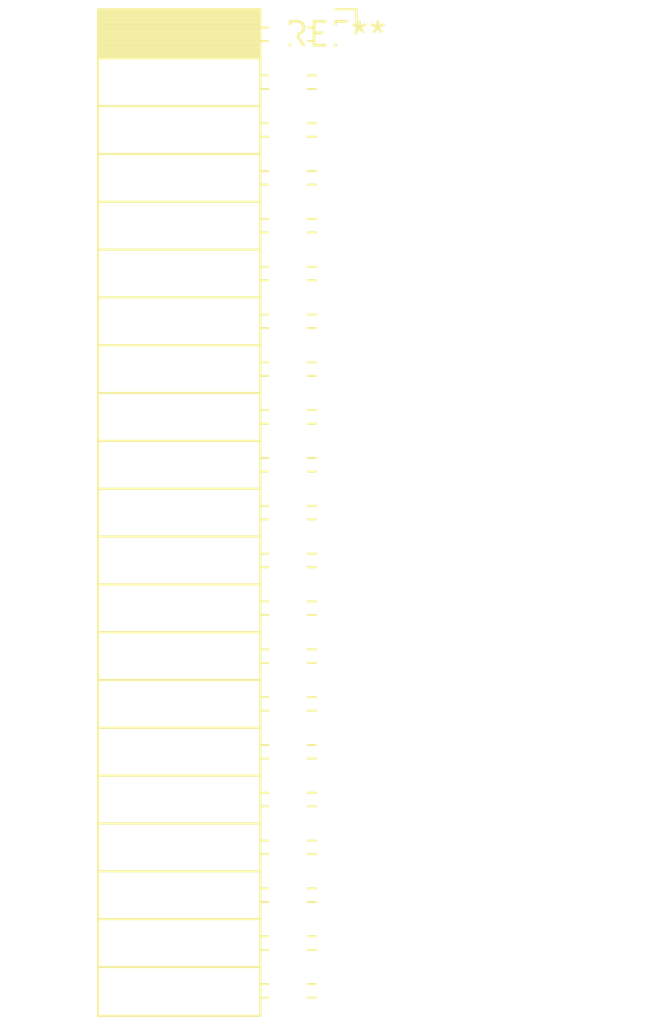
<source format=kicad_pcb>
(kicad_pcb (version 20240108) (generator pcbnew)
  (layers (0 "F.Cu" signal) (31 "B.Cu" signal) (34 "B.Paste" user) (35 "F.Paste" user) (36 "B.SilkS" user "B.Silkscreen") (37 "F.SilkS" user "F.Silkscreen") (38 "B.Mask" user) (39 "F.Mask" user) (44 "Edge.Cuts" user))
  (net 0 "")
  (footprint "PinSocket_2x21_P2.54mm_Horizontal" (layer "F.Cu") (at 0 0)
    (property "Reference" "REF**")
    (property "Value" "PinSocket_2x21_P2.54mm_Horizontal")
    (fp_line (start -12.63 -1.33) (end -12.63 52.13) (layer "F.SilkS") (stroke (width 0.12)))
    (fp_line (start -12.63 -1.33) (end -4 -1.33) (layer "F.SilkS") (stroke (width 0.12)))
    (fp_line (start -12.63 -1.21) (end -4 -1.21) (layer "F.SilkS") (stroke (width 0.12)))
    (fp_line (start -12.63 -1.091905) (end -4 -1.091905) (layer "F.SilkS") (stroke (width 0.12)))
    (fp_line (start -12.63 -0.97381) (end -4 -0.97381) (layer "F.SilkS") (stroke (width 0.12)))
    (fp_line (start -12.63 -0.855715) (end -4 -0.855715) (layer "F.SilkS") (stroke (width 0.12)))
    (fp_line (start -12.63 -0.73762) (end -4 -0.73762) (layer "F.SilkS") (stroke (width 0.12)))
    (fp_line (start -12.63 -0.619525) (end -4 -0.619525) (layer "F.SilkS") (stroke (width 0.12)))
    (fp_line (start -12.63 -0.50143) (end -4 -0.50143) (layer "F.SilkS") (stroke (width 0.12)))
    (fp_line (start -12.63 -0.383335) (end -4 -0.383335) (layer "F.SilkS") (stroke (width 0.12)))
    (fp_line (start -12.63 -0.26524) (end -4 -0.26524) (layer "F.SilkS") (stroke (width 0.12)))
    (fp_line (start -12.63 -0.147145) (end -4 -0.147145) (layer "F.SilkS") (stroke (width 0.12)))
    (fp_line (start -12.63 -0.02905) (end -4 -0.02905) (layer "F.SilkS") (stroke (width 0.12)))
    (fp_line (start -12.63 0.089045) (end -4 0.089045) (layer "F.SilkS") (stroke (width 0.12)))
    (fp_line (start -12.63 0.20714) (end -4 0.20714) (layer "F.SilkS") (stroke (width 0.12)))
    (fp_line (start -12.63 0.325235) (end -4 0.325235) (layer "F.SilkS") (stroke (width 0.12)))
    (fp_line (start -12.63 0.44333) (end -4 0.44333) (layer "F.SilkS") (stroke (width 0.12)))
    (fp_line (start -12.63 0.561425) (end -4 0.561425) (layer "F.SilkS") (stroke (width 0.12)))
    (fp_line (start -12.63 0.67952) (end -4 0.67952) (layer "F.SilkS") (stroke (width 0.12)))
    (fp_line (start -12.63 0.797615) (end -4 0.797615) (layer "F.SilkS") (stroke (width 0.12)))
    (fp_line (start -12.63 0.91571) (end -4 0.91571) (layer "F.SilkS") (stroke (width 0.12)))
    (fp_line (start -12.63 1.033805) (end -4 1.033805) (layer "F.SilkS") (stroke (width 0.12)))
    (fp_line (start -12.63 1.1519) (end -4 1.1519) (layer "F.SilkS") (stroke (width 0.12)))
    (fp_line (start -12.63 1.27) (end -4 1.27) (layer "F.SilkS") (stroke (width 0.12)))
    (fp_line (start -12.63 3.81) (end -4 3.81) (layer "F.SilkS") (stroke (width 0.12)))
    (fp_line (start -12.63 6.35) (end -4 6.35) (layer "F.SilkS") (stroke (width 0.12)))
    (fp_line (start -12.63 8.89) (end -4 8.89) (layer "F.SilkS") (stroke (width 0.12)))
    (fp_line (start -12.63 11.43) (end -4 11.43) (layer "F.SilkS") (stroke (width 0.12)))
    (fp_line (start -12.63 13.97) (end -4 13.97) (layer "F.SilkS") (stroke (width 0.12)))
    (fp_line (start -12.63 16.51) (end -4 16.51) (layer "F.SilkS") (stroke (width 0.12)))
    (fp_line (start -12.63 19.05) (end -4 19.05) (layer "F.SilkS") (stroke (width 0.12)))
    (fp_line (start -12.63 21.59) (end -4 21.59) (layer "F.SilkS") (stroke (width 0.12)))
    (fp_line (start -12.63 24.13) (end -4 24.13) (layer "F.SilkS") (stroke (width 0.12)))
    (fp_line (start -12.63 26.67) (end -4 26.67) (layer "F.SilkS") (stroke (width 0.12)))
    (fp_line (start -12.63 29.21) (end -4 29.21) (layer "F.SilkS") (stroke (width 0.12)))
    (fp_line (start -12.63 31.75) (end -4 31.75) (layer "F.SilkS") (stroke (width 0.12)))
    (fp_line (start -12.63 34.29) (end -4 34.29) (layer "F.SilkS") (stroke (width 0.12)))
    (fp_line (start -12.63 36.83) (end -4 36.83) (layer "F.SilkS") (stroke (width 0.12)))
    (fp_line (start -12.63 39.37) (end -4 39.37) (layer "F.SilkS") (stroke (width 0.12)))
    (fp_line (start -12.63 41.91) (end -4 41.91) (layer "F.SilkS") (stroke (width 0.12)))
    (fp_line (start -12.63 44.45) (end -4 44.45) (layer "F.SilkS") (stroke (width 0.12)))
    (fp_line (start -12.63 46.99) (end -4 46.99) (layer "F.SilkS") (stroke (width 0.12)))
    (fp_line (start -12.63 49.53) (end -4 49.53) (layer "F.SilkS") (stroke (width 0.12)))
    (fp_line (start -12.63 52.13) (end -4 52.13) (layer "F.SilkS") (stroke (width 0.12)))
    (fp_line (start -4 -1.33) (end -4 52.13) (layer "F.SilkS") (stroke (width 0.12)))
    (fp_line (start -4 -0.36) (end -3.59 -0.36) (layer "F.SilkS") (stroke (width 0.12)))
    (fp_line (start -4 0.36) (end -3.59 0.36) (layer "F.SilkS") (stroke (width 0.12)))
    (fp_line (start -4 2.18) (end -3.59 2.18) (layer "F.SilkS") (stroke (width 0.12)))
    (fp_line (start -4 2.9) (end -3.59 2.9) (layer "F.SilkS") (stroke (width 0.12)))
    (fp_line (start -4 4.72) (end -3.59 4.72) (layer "F.SilkS") (stroke (width 0.12)))
    (fp_line (start -4 5.44) (end -3.59 5.44) (layer "F.SilkS") (stroke (width 0.12)))
    (fp_line (start -4 7.26) (end -3.59 7.26) (layer "F.SilkS") (stroke (width 0.12)))
    (fp_line (start -4 7.98) (end -3.59 7.98) (layer "F.SilkS") (stroke (width 0.12)))
    (fp_line (start -4 9.8) (end -3.59 9.8) (layer "F.SilkS") (stroke (width 0.12)))
    (fp_line (start -4 10.52) (end -3.59 10.52) (layer "F.SilkS") (stroke (width 0.12)))
    (fp_line (start -4 12.34) (end -3.59 12.34) (layer "F.SilkS") (stroke (width 0.12)))
    (fp_line (start -4 13.06) (end -3.59 13.06) (layer "F.SilkS") (stroke (width 0.12)))
    (fp_line (start -4 14.88) (end -3.59 14.88) (layer "F.SilkS") (stroke (width 0.12)))
    (fp_line (start -4 15.6) (end -3.59 15.6) (layer "F.SilkS") (stroke (width 0.12)))
    (fp_line (start -4 17.42) (end -3.59 17.42) (layer "F.SilkS") (stroke (width 0.12)))
    (fp_line (start -4 18.14) (end -3.59 18.14) (layer "F.SilkS") (stroke (width 0.12)))
    (fp_line (start -4 19.96) (end -3.59 19.96) (layer "F.SilkS") (stroke (width 0.12)))
    (fp_line (start -4 20.68) (end -3.59 20.68) (layer "F.SilkS") (stroke (width 0.12)))
    (fp_line (start -4 22.5) (end -3.59 22.5) (layer "F.SilkS") (stroke (width 0.12)))
    (fp_line (start -4 23.22) (end -3.59 23.22) (layer "F.SilkS") (stroke (width 0.12)))
    (fp_line (start -4 25.04) (end -3.59 25.04) (layer "F.SilkS") (stroke (width 0.12)))
    (fp_line (start -4 25.76) (end -3.59 25.76) (layer "F.SilkS") (stroke (width 0.12)))
    (fp_line (start -4 27.58) (end -3.59 27.58) (layer "F.SilkS") (stroke (width 0.12)))
    (fp_line (start -4 28.3) (end -3.59 28.3) (layer "F.SilkS") (stroke (width 0.12)))
    (fp_line (start -4 30.12) (end -3.59 30.12) (layer "F.SilkS") (stroke (width 0.12)))
    (fp_line (start -4 30.84) (end -3.59 30.84) (layer "F.SilkS") (stroke (width 0.12)))
    (fp_line (start -4 32.66) (end -3.59 32.66) (layer "F.SilkS") (stroke (width 0.12)))
    (fp_line (start -4 33.38) (end -3.59 33.38) (layer "F.SilkS") (stroke (width 0.12)))
    (fp_line (start -4 35.2) (end -3.59 35.2) (layer "F.SilkS") (stroke (width 0.12)))
    (fp_line (start -4 35.92) (end -3.59 35.92) (layer "F.SilkS") (stroke (width 0.12)))
    (fp_line (start -4 37.74) (end -3.59 37.74) (layer "F.SilkS") (stroke (width 0.12)))
    (fp_line (start -4 38.46) (end -3.59 38.46) (layer "F.SilkS") (stroke (width 0.12)))
    (fp_line (start -4 40.28) (end -3.59 40.28) (layer "F.SilkS") (stroke (width 0.12)))
    (fp_line (start -4 41) (end -3.59 41) (layer "F.SilkS") (stroke (width 0.12)))
    (fp_line (start -4 42.82) (end -3.59 42.82) (layer "F.SilkS") (stroke (width 0.12)))
    (fp_line (start -4 43.54) (end -3.59 43.54) (layer "F.SilkS") (stroke (width 0.12)))
    (fp_line (start -4 45.36) (end -3.59 45.36) (layer "F.SilkS") (stroke (width 0.12)))
    (fp_line (start -4 46.08) (end -3.59 46.08) (layer "F.SilkS") (stroke (width 0.12)))
    (fp_line (start -4 47.9) (end -3.59 47.9) (layer "F.SilkS") (stroke (width 0.12)))
    (fp_line (start -4 48.62) (end -3.59 48.62) (layer "F.SilkS") (stroke (width 0.12)))
    (fp_line (start -4 50.44) (end -3.59 50.44) (layer "F.SilkS") (stroke (width 0.12)))
    (fp_line (start -4 51.16) (end -3.59 51.16) (layer "F.SilkS") (stroke (width 0.12)))
    (fp_line (start -1.49 -0.36) (end -1.11 -0.36) (layer "F.SilkS") (stroke (width 0.12)))
    (fp_line (start -1.49 0.36) (end -1.11 0.36) (layer "F.SilkS") (stroke (width 0.12)))
    (fp_line (start -1.49 2.18) (end -1.05 2.18) (layer "F.SilkS") (stroke (width 0.12)))
    (fp_line (start -1.49 2.9) (end -1.05 2.9) (layer "F.SilkS") (stroke (width 0.12)))
    (fp_line (start -1.49 4.72) (end -1.05 4.72) (layer "F.SilkS") (stroke (width 0.12)))
    (fp_line (start -1.49 5.44) (end -1.05 5.44) (layer "F.SilkS") (stroke (width 0.12)))
    (fp_line (start -1.49 7.26) (end -1.05 7.26) (layer "F.SilkS") (stroke (width 0.12)))
    (fp_line (start -1.49 7.98) (end -1.05 7.98) (layer "F.SilkS") (stroke (width 0.12)))
    (fp_line (start -1.49 9.8) (end -1.05 9.8) (layer "F.SilkS") (stroke (width 0.12)))
    (fp_line (start -1.49 10.52) (end -1.05 10.52) (layer "F.SilkS") (stroke (width 0.12)))
    (fp_line (start -1.49 12.34) (end -1.05 12.34) (layer "F.SilkS") (stroke (width 0.12)))
    (fp_line (start -1.49 13.06) (end -1.05 13.06) (layer "F.SilkS") (stroke (width 0.12)))
    (fp_line (start -1.49 14.88) (end -1.05 14.88) (layer "F.SilkS") (stroke (width 0.12)))
    (fp_line (start -1.49 15.6) (end -1.05 15.6) (layer "F.SilkS") (stroke (width 0.12)))
    (fp_line (start -1.49 17.42) (end -1.05 17.42) (layer "F.SilkS") (stroke (width 0.12)))
    (fp_line (start -1.49 18.14) (end -1.05 18.14) (layer "F.SilkS") (stroke (width 0.12)))
    (fp_line (start -1.49 19.96) (end -1.05 19.96) (layer "F.SilkS") (stroke (width 0.12)))
    (fp_line (start -1.49 20.68) (end -1.05 20.68) (layer "F.SilkS") (stroke (width 0.12)))
    (fp_line (start -1.49 22.5) (end -1.05 22.5) (layer "F.SilkS") (stroke (width 0.12)))
    (fp_line (start -1.49 23.22) (end -1.05 23.22) (layer "F.SilkS") (stroke (width 0.12)))
    (fp_line (start -1.49 25.04) (end -1.05 25.04) (layer "F.SilkS") (stroke (width 0.12)))
    (fp_line (start -1.49 25.76) (end -1.05 25.76) (layer "F.SilkS") (stroke (width 0.12)))
    (fp_line (start -1.49 27.58) (end -1.05 27.58) (layer "F.SilkS") (stroke (width 0.12)))
    (fp_line (start -1.49 28.3) (end -1.05 28.3) (layer "F.SilkS") (stroke (width 0.12)))
    (fp_line (start -1.49 30.12) (end -1.05 30.12) (layer "F.SilkS") (stroke (width 0.12)))
    (fp_line (start -1.49 30.84) (end -1.05 30.84) (layer "F.SilkS") (stroke (width 0.12)))
    (fp_line (start -1.49 32.66) (end -1.05 32.66) (layer "F.SilkS") (stroke (width 0.12)))
    (fp_line (start -1.49 33.38) (end -1.05 33.38) (layer "F.SilkS") (stroke (width 0.12)))
    (fp_line (start -1.49 35.2) (end -1.05 35.2) (layer "F.SilkS") (stroke (width 0.12)))
    (fp_line (start -1.49 35.92) (end -1.05 35.92) (layer "F.SilkS") (stroke (width 0.12)))
    (fp_line (start -1.49 37.74) (end -1.05 37.74) (layer "F.SilkS") (stroke (width 0.12)))
    (fp_line (start -1.49 38.46) (end -1.05 38.46) (layer "F.SilkS") (stroke (width 0.12)))
    (fp_line (start -1.49 40.28) (end -1.05 40.28) (layer "F.SilkS") (stroke (width 0.12)))
    (fp_line (start -1.49 41) (end -1.05 41) (layer "F.SilkS") (stroke (width 0.12)))
    (fp_line (start -1.49 42.82) (end -1.05 42.82) (layer "F.SilkS") (stroke (width 0.12)))
    (fp_line (start -1.49 43.54) (end -1.05 43.54) (layer "F.SilkS") (stroke (width 0.12)))
    (fp_line (start -1.49 45.36) (end -1.05 45.36) (layer "F.SilkS") (stroke (width 0.12)))
    (fp_line (start -1.49 46.08) (end -1.05 46.08) (layer "F.SilkS") (stroke (width 0.12)))
    (fp_line (start -1.49 47.9) (end -1.05 47.9) (layer "F.SilkS") (stroke (width 0.12)))
    (fp_line (start -1.49 48.62) (end -1.05 48.62) (layer "F.SilkS") (stroke (width 0.12)))
    (fp_line (start -1.49 50.44) (end -1.05 50.44) (layer "F.SilkS") (stroke (width 0.12)))
    (fp_line (start -1.49 51.16) (end -1.05 51.16) (layer "F.SilkS") (stroke (width 0.12)))
    (fp_line (start 0 -1.33) (end 1.11 -1.33) (layer "F.SilkS") (stroke (width 0.12)))
    (fp_line (start 1.11 -1.33) (end 1.11 0) (layer "F.SilkS") (stroke (width 0.12)))
    (pad "1" thru_hole rect (at 0 0) (size 1.7 1.7) (drill 1) (layers *.Cu *.Mask) (remove_unused_layers))
    (pad "2" thru_hole oval (at -2.54 0) (size 1.7 1.7) (drill 1) (layers *.Cu *.Mask) (remove_unused_layers))
    (pad "3" thru_hole oval (at 0 2.54) (size 1.7 1.7) (drill 1) (layers *.Cu *.Mask) (remove_unused_layers))
    (pad "4" thru_hole oval (at -2.54 2.54) (size 1.7 1.7) (drill 1) (layers *.Cu *.Mask) (remove_unused_layers))
    (pad "5" thru_hole oval (at 0 5.08) (size 1.7 1.7) (drill 1) (layers *.Cu *.Mask) (remove_unused_layers))
    (pad "6" thru_hole oval (at -2.54 5.08) (size 1.7 1.7) (drill 1) (layers *.Cu *.Mask) (remove_unused_layers))
    (pad "7" thru_hole oval (at 0 7.62) (size 1.7 1.7) (drill 1) (layers *.Cu *.Mask) (remove_unused_layers))
    (pad "8" thru_hole oval (at -2.54 7.62) (size 1.7 1.7) (drill 1) (layers *.Cu *.Mask) (remove_unused_layers))
    (pad "9" thru_hole oval (at 0 10.16) (size 1.7 1.7) (drill 1) (layers *.Cu *.Mask) (remove_unused_layers))
    (pad "10" thru_hole oval (at -2.54 10.16) (size 1.7 1.7) (drill 1) (layers *.Cu *.Mask) (remove_unused_layers))
    (pad "11" thru_hole oval (at 0 12.7) (size 1.7 1.7) (drill 1) (layers *.Cu *.Mask) (remove_unused_layers))
    (pad "12" thru_hole oval (at -2.54 12.7) (size 1.7 1.7) (drill 1) (layers *.Cu *.Mask) (remove_unused_layers))
    (pad "13" thru_hole oval (at 0 15.24) (size 1.7 1.7) (drill 1) (layers *.Cu *.Mask) (remove_unused_layers))
    (pad "14" thru_hole oval (at -2.54 15.24) (size 1.7 1.7) (drill 1) (layers *.Cu *.Mask) (remove_unused_layers))
    (pad "15" thru_hole oval (at 0 17.78) (size 1.7 1.7) (drill 1) (layers *.Cu *.Mask) (remove_unused_layers))
    (pad "16" thru_hole oval (at -2.54 17.78) (size 1.7 1.7) (drill 1) (layers *.Cu *.Mask) (remove_unused_layers))
    (pad "17" thru_hole oval (at 0 20.32) (size 1.7 1.7) (drill 1) (layers *.Cu *.Mask) (remove_unused_layers))
    (pad "18" thru_hole oval (at -2.54 20.32) (size 1.7 1.7) (drill 1) (layers *.Cu *.Mask) (remove_unused_layers))
    (pad "19" thru_hole oval (at 0 22.86) (size 1.7 1.7) (drill 1) (layers *.Cu *.Mask) (remove_unused_layers))
    (pad "20" thru_hole oval (at -2.54 22.86) (size 1.7 1.7) (drill 1) (layers *.Cu *.Mask) (remove_unused_layers))
    (pad "21" thru_hole oval (at 0 25.4) (size 1.7 1.7) (drill 1) (layers *.Cu *.Mask) (remove_unused_layers))
    (pad "22" thru_hole oval (at -2.54 25.4) (size 1.7 1.7) (drill 1) (layers *.Cu *.Mask) (remove_unused_layers))
    (pad "23" thru_hole oval (at 0 27.94) (size 1.7 1.7) (drill 1) (layers *.Cu *.Mask) (remove_unused_layers))
    (pad "24" thru_hole oval (at -2.54 27.94) (size 1.7 1.7) (drill 1) (layers *.Cu *.Mask) (remove_unused_layers))
    (pad "25" thru_hole oval (at 0 30.48) (size 1.7 1.7) (drill 1) (layers *.Cu *.Mask) (remove_unused_layers))
    (pad "26" thru_hole oval (at -2.54 30.48) (size 1.7 1.7) (drill 1) (layers *.Cu *.Mask) (remove_unused_layers))
    (pad "27" thru_hole oval (at 0 33.02) (size 1.7 1.7) (drill 1) (layers *.Cu *.Mask) (remove_unused_layers))
    (pad "28" thru_hole oval (at -2.54 33.02) (size 1.7 1.7) (drill 1) (layers *.Cu *.Mask) (remove_unused_layers))
    (pad "29" thru_hole oval (at 0 35.56) (size 1.7 1.7) (drill 1) (layers *.Cu *.Mask) (remove_unused_layers))
    (pad "30" thru_hole oval (at -2.54 35.56) (size 1.7 1.7) (drill 1) (layers *.Cu *.Mask) (remove_unused_layers))
    (pad "31" thru_hole oval (at 0 38.1) (size 1.7 1.7) (drill 1) (layers *.Cu *.Mask) (remove_unused_layers))
    (pad "32" thru_hole oval (at -2.54 38.1) (size 1.7 1.7) (drill 1) (layers *.Cu *.Mask) (remove_unused_layers))
    (pad "33" thru_hole oval (at 0 40.64) (size 1.7 1.7) (drill 1) (layers *.Cu *.Mask) (remove_unused_layers))
    (pad "34" thru_hole oval (at -2.54 40.64) (size 1.7 1.7) (drill 1) (layers *.Cu *.Mask) (remove_unused_layers))
    (pad "35" thru_hole oval (at 0 43.18) (size 1.7 1.7) (drill 1) (layers *.Cu *.Mask) (remove_unused_layers))
    (pad "36" thru_hole oval (at -2.54 43.18) (size 1.7 1.7) (drill 1) (layers *.Cu *.Mask) (remove_unused_layers))
    (pad "37" thru_hole oval (at 0 45.72) (size 1.7 1.7) (drill 1) (layers *.Cu *.Mask) (remove_unused_layers))
    (pad "38" thru_hole oval (at -2.54 45.72) (size 1.7 1.7) (drill 1) (layers *.Cu *.Mask) (remove_unused_layers))
    (pad "39" thru_hole oval (at 0 48.26) (size 1.7 1.7) (drill 1) (layers *.Cu *.Mask) (remove_unused_layers))
    (pad "40" thru_hole oval (at -2.54 48.26) (size 1.7 1.7) (drill 1) (layers *.Cu *.Mask) (remove_unused_layers))
    (pad "41" thru_hole oval (at 0 50.8) (size 1.7 1.7) (drill 1) (layers *.Cu *.Mask) (remove_unused_layers))
    (pad "42" thru_hole oval (at -2.54 50.8) (size 1.7 1.7) (drill 1) (layers *.Cu *.Mask) (remove_unused_layers))
  )
)
</source>
